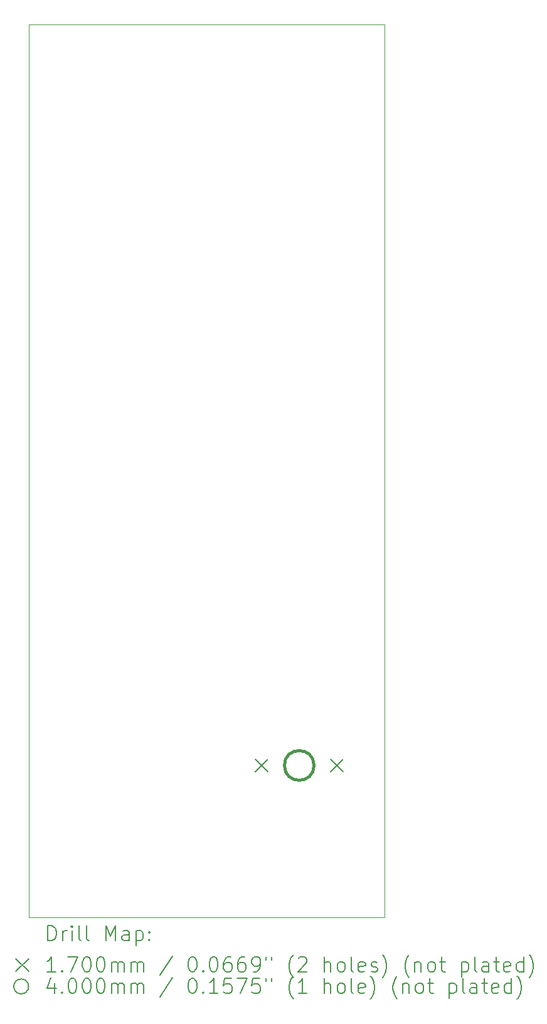
<source format=gbr>
%TF.GenerationSoftware,KiCad,Pcbnew,8.0.5*%
%TF.CreationDate,2024-12-04T18:38:04+01:00*%
%TF.ProjectId,DMH_S_H_Noise_PCB,444d485f-535f-4485-9f4e-6f6973655f50,1*%
%TF.SameCoordinates,Original*%
%TF.FileFunction,Drillmap*%
%TF.FilePolarity,Positive*%
%FSLAX45Y45*%
G04 Gerber Fmt 4.5, Leading zero omitted, Abs format (unit mm)*
G04 Created by KiCad (PCBNEW 8.0.5) date 2024-12-04 18:38:04*
%MOMM*%
%LPD*%
G01*
G04 APERTURE LIST*
%ADD10C,0.050000*%
%ADD11C,0.200000*%
%ADD12C,0.170000*%
%ADD13C,0.400000*%
G04 APERTURE END LIST*
D10*
X5100000Y-4250000D02*
X9900000Y-4250000D01*
X9900000Y-16300000D01*
X5100000Y-16300000D01*
X5100000Y-4250000D01*
D11*
D12*
X8157000Y-14165000D02*
X8327000Y-14335000D01*
X8327000Y-14165000D02*
X8157000Y-14335000D01*
X9173000Y-14165000D02*
X9343000Y-14335000D01*
X9343000Y-14165000D02*
X9173000Y-14335000D01*
D13*
X8950000Y-14250000D02*
G75*
G02*
X8550000Y-14250000I-200000J0D01*
G01*
X8550000Y-14250000D02*
G75*
G02*
X8950000Y-14250000I200000J0D01*
G01*
D11*
X5358277Y-16613984D02*
X5358277Y-16413984D01*
X5358277Y-16413984D02*
X5405896Y-16413984D01*
X5405896Y-16413984D02*
X5434467Y-16423508D01*
X5434467Y-16423508D02*
X5453515Y-16442555D01*
X5453515Y-16442555D02*
X5463039Y-16461603D01*
X5463039Y-16461603D02*
X5472563Y-16499698D01*
X5472563Y-16499698D02*
X5472563Y-16528269D01*
X5472563Y-16528269D02*
X5463039Y-16566365D01*
X5463039Y-16566365D02*
X5453515Y-16585412D01*
X5453515Y-16585412D02*
X5434467Y-16604460D01*
X5434467Y-16604460D02*
X5405896Y-16613984D01*
X5405896Y-16613984D02*
X5358277Y-16613984D01*
X5558277Y-16613984D02*
X5558277Y-16480650D01*
X5558277Y-16518746D02*
X5567801Y-16499698D01*
X5567801Y-16499698D02*
X5577324Y-16490174D01*
X5577324Y-16490174D02*
X5596372Y-16480650D01*
X5596372Y-16480650D02*
X5615420Y-16480650D01*
X5682086Y-16613984D02*
X5682086Y-16480650D01*
X5682086Y-16413984D02*
X5672562Y-16423508D01*
X5672562Y-16423508D02*
X5682086Y-16433031D01*
X5682086Y-16433031D02*
X5691610Y-16423508D01*
X5691610Y-16423508D02*
X5682086Y-16413984D01*
X5682086Y-16413984D02*
X5682086Y-16433031D01*
X5805896Y-16613984D02*
X5786848Y-16604460D01*
X5786848Y-16604460D02*
X5777324Y-16585412D01*
X5777324Y-16585412D02*
X5777324Y-16413984D01*
X5910658Y-16613984D02*
X5891610Y-16604460D01*
X5891610Y-16604460D02*
X5882086Y-16585412D01*
X5882086Y-16585412D02*
X5882086Y-16413984D01*
X6139229Y-16613984D02*
X6139229Y-16413984D01*
X6139229Y-16413984D02*
X6205896Y-16556841D01*
X6205896Y-16556841D02*
X6272562Y-16413984D01*
X6272562Y-16413984D02*
X6272562Y-16613984D01*
X6453515Y-16613984D02*
X6453515Y-16509222D01*
X6453515Y-16509222D02*
X6443991Y-16490174D01*
X6443991Y-16490174D02*
X6424943Y-16480650D01*
X6424943Y-16480650D02*
X6386848Y-16480650D01*
X6386848Y-16480650D02*
X6367801Y-16490174D01*
X6453515Y-16604460D02*
X6434467Y-16613984D01*
X6434467Y-16613984D02*
X6386848Y-16613984D01*
X6386848Y-16613984D02*
X6367801Y-16604460D01*
X6367801Y-16604460D02*
X6358277Y-16585412D01*
X6358277Y-16585412D02*
X6358277Y-16566365D01*
X6358277Y-16566365D02*
X6367801Y-16547317D01*
X6367801Y-16547317D02*
X6386848Y-16537793D01*
X6386848Y-16537793D02*
X6434467Y-16537793D01*
X6434467Y-16537793D02*
X6453515Y-16528269D01*
X6548753Y-16480650D02*
X6548753Y-16680650D01*
X6548753Y-16490174D02*
X6567801Y-16480650D01*
X6567801Y-16480650D02*
X6605896Y-16480650D01*
X6605896Y-16480650D02*
X6624943Y-16490174D01*
X6624943Y-16490174D02*
X6634467Y-16499698D01*
X6634467Y-16499698D02*
X6643991Y-16518746D01*
X6643991Y-16518746D02*
X6643991Y-16575888D01*
X6643991Y-16575888D02*
X6634467Y-16594936D01*
X6634467Y-16594936D02*
X6624943Y-16604460D01*
X6624943Y-16604460D02*
X6605896Y-16613984D01*
X6605896Y-16613984D02*
X6567801Y-16613984D01*
X6567801Y-16613984D02*
X6548753Y-16604460D01*
X6729705Y-16594936D02*
X6739229Y-16604460D01*
X6739229Y-16604460D02*
X6729705Y-16613984D01*
X6729705Y-16613984D02*
X6720182Y-16604460D01*
X6720182Y-16604460D02*
X6729705Y-16594936D01*
X6729705Y-16594936D02*
X6729705Y-16613984D01*
X6729705Y-16490174D02*
X6739229Y-16499698D01*
X6739229Y-16499698D02*
X6729705Y-16509222D01*
X6729705Y-16509222D02*
X6720182Y-16499698D01*
X6720182Y-16499698D02*
X6729705Y-16490174D01*
X6729705Y-16490174D02*
X6729705Y-16509222D01*
D12*
X4927500Y-16857500D02*
X5097500Y-17027500D01*
X5097500Y-16857500D02*
X4927500Y-17027500D01*
D11*
X5463039Y-17033984D02*
X5348753Y-17033984D01*
X5405896Y-17033984D02*
X5405896Y-16833984D01*
X5405896Y-16833984D02*
X5386848Y-16862555D01*
X5386848Y-16862555D02*
X5367801Y-16881603D01*
X5367801Y-16881603D02*
X5348753Y-16891127D01*
X5548753Y-17014936D02*
X5558277Y-17024460D01*
X5558277Y-17024460D02*
X5548753Y-17033984D01*
X5548753Y-17033984D02*
X5539229Y-17024460D01*
X5539229Y-17024460D02*
X5548753Y-17014936D01*
X5548753Y-17014936D02*
X5548753Y-17033984D01*
X5624943Y-16833984D02*
X5758277Y-16833984D01*
X5758277Y-16833984D02*
X5672562Y-17033984D01*
X5872562Y-16833984D02*
X5891610Y-16833984D01*
X5891610Y-16833984D02*
X5910658Y-16843508D01*
X5910658Y-16843508D02*
X5920182Y-16853031D01*
X5920182Y-16853031D02*
X5929705Y-16872079D01*
X5929705Y-16872079D02*
X5939229Y-16910174D01*
X5939229Y-16910174D02*
X5939229Y-16957793D01*
X5939229Y-16957793D02*
X5929705Y-16995889D01*
X5929705Y-16995889D02*
X5920182Y-17014936D01*
X5920182Y-17014936D02*
X5910658Y-17024460D01*
X5910658Y-17024460D02*
X5891610Y-17033984D01*
X5891610Y-17033984D02*
X5872562Y-17033984D01*
X5872562Y-17033984D02*
X5853515Y-17024460D01*
X5853515Y-17024460D02*
X5843991Y-17014936D01*
X5843991Y-17014936D02*
X5834467Y-16995889D01*
X5834467Y-16995889D02*
X5824943Y-16957793D01*
X5824943Y-16957793D02*
X5824943Y-16910174D01*
X5824943Y-16910174D02*
X5834467Y-16872079D01*
X5834467Y-16872079D02*
X5843991Y-16853031D01*
X5843991Y-16853031D02*
X5853515Y-16843508D01*
X5853515Y-16843508D02*
X5872562Y-16833984D01*
X6063039Y-16833984D02*
X6082086Y-16833984D01*
X6082086Y-16833984D02*
X6101134Y-16843508D01*
X6101134Y-16843508D02*
X6110658Y-16853031D01*
X6110658Y-16853031D02*
X6120182Y-16872079D01*
X6120182Y-16872079D02*
X6129705Y-16910174D01*
X6129705Y-16910174D02*
X6129705Y-16957793D01*
X6129705Y-16957793D02*
X6120182Y-16995889D01*
X6120182Y-16995889D02*
X6110658Y-17014936D01*
X6110658Y-17014936D02*
X6101134Y-17024460D01*
X6101134Y-17024460D02*
X6082086Y-17033984D01*
X6082086Y-17033984D02*
X6063039Y-17033984D01*
X6063039Y-17033984D02*
X6043991Y-17024460D01*
X6043991Y-17024460D02*
X6034467Y-17014936D01*
X6034467Y-17014936D02*
X6024943Y-16995889D01*
X6024943Y-16995889D02*
X6015420Y-16957793D01*
X6015420Y-16957793D02*
X6015420Y-16910174D01*
X6015420Y-16910174D02*
X6024943Y-16872079D01*
X6024943Y-16872079D02*
X6034467Y-16853031D01*
X6034467Y-16853031D02*
X6043991Y-16843508D01*
X6043991Y-16843508D02*
X6063039Y-16833984D01*
X6215420Y-17033984D02*
X6215420Y-16900650D01*
X6215420Y-16919698D02*
X6224943Y-16910174D01*
X6224943Y-16910174D02*
X6243991Y-16900650D01*
X6243991Y-16900650D02*
X6272563Y-16900650D01*
X6272563Y-16900650D02*
X6291610Y-16910174D01*
X6291610Y-16910174D02*
X6301134Y-16929222D01*
X6301134Y-16929222D02*
X6301134Y-17033984D01*
X6301134Y-16929222D02*
X6310658Y-16910174D01*
X6310658Y-16910174D02*
X6329705Y-16900650D01*
X6329705Y-16900650D02*
X6358277Y-16900650D01*
X6358277Y-16900650D02*
X6377324Y-16910174D01*
X6377324Y-16910174D02*
X6386848Y-16929222D01*
X6386848Y-16929222D02*
X6386848Y-17033984D01*
X6482086Y-17033984D02*
X6482086Y-16900650D01*
X6482086Y-16919698D02*
X6491610Y-16910174D01*
X6491610Y-16910174D02*
X6510658Y-16900650D01*
X6510658Y-16900650D02*
X6539229Y-16900650D01*
X6539229Y-16900650D02*
X6558277Y-16910174D01*
X6558277Y-16910174D02*
X6567801Y-16929222D01*
X6567801Y-16929222D02*
X6567801Y-17033984D01*
X6567801Y-16929222D02*
X6577324Y-16910174D01*
X6577324Y-16910174D02*
X6596372Y-16900650D01*
X6596372Y-16900650D02*
X6624943Y-16900650D01*
X6624943Y-16900650D02*
X6643991Y-16910174D01*
X6643991Y-16910174D02*
X6653515Y-16929222D01*
X6653515Y-16929222D02*
X6653515Y-17033984D01*
X7043991Y-16824460D02*
X6872563Y-17081603D01*
X7301134Y-16833984D02*
X7320182Y-16833984D01*
X7320182Y-16833984D02*
X7339229Y-16843508D01*
X7339229Y-16843508D02*
X7348753Y-16853031D01*
X7348753Y-16853031D02*
X7358277Y-16872079D01*
X7358277Y-16872079D02*
X7367801Y-16910174D01*
X7367801Y-16910174D02*
X7367801Y-16957793D01*
X7367801Y-16957793D02*
X7358277Y-16995889D01*
X7358277Y-16995889D02*
X7348753Y-17014936D01*
X7348753Y-17014936D02*
X7339229Y-17024460D01*
X7339229Y-17024460D02*
X7320182Y-17033984D01*
X7320182Y-17033984D02*
X7301134Y-17033984D01*
X7301134Y-17033984D02*
X7282086Y-17024460D01*
X7282086Y-17024460D02*
X7272563Y-17014936D01*
X7272563Y-17014936D02*
X7263039Y-16995889D01*
X7263039Y-16995889D02*
X7253515Y-16957793D01*
X7253515Y-16957793D02*
X7253515Y-16910174D01*
X7253515Y-16910174D02*
X7263039Y-16872079D01*
X7263039Y-16872079D02*
X7272563Y-16853031D01*
X7272563Y-16853031D02*
X7282086Y-16843508D01*
X7282086Y-16843508D02*
X7301134Y-16833984D01*
X7453515Y-17014936D02*
X7463039Y-17024460D01*
X7463039Y-17024460D02*
X7453515Y-17033984D01*
X7453515Y-17033984D02*
X7443991Y-17024460D01*
X7443991Y-17024460D02*
X7453515Y-17014936D01*
X7453515Y-17014936D02*
X7453515Y-17033984D01*
X7586848Y-16833984D02*
X7605896Y-16833984D01*
X7605896Y-16833984D02*
X7624944Y-16843508D01*
X7624944Y-16843508D02*
X7634467Y-16853031D01*
X7634467Y-16853031D02*
X7643991Y-16872079D01*
X7643991Y-16872079D02*
X7653515Y-16910174D01*
X7653515Y-16910174D02*
X7653515Y-16957793D01*
X7653515Y-16957793D02*
X7643991Y-16995889D01*
X7643991Y-16995889D02*
X7634467Y-17014936D01*
X7634467Y-17014936D02*
X7624944Y-17024460D01*
X7624944Y-17024460D02*
X7605896Y-17033984D01*
X7605896Y-17033984D02*
X7586848Y-17033984D01*
X7586848Y-17033984D02*
X7567801Y-17024460D01*
X7567801Y-17024460D02*
X7558277Y-17014936D01*
X7558277Y-17014936D02*
X7548753Y-16995889D01*
X7548753Y-16995889D02*
X7539229Y-16957793D01*
X7539229Y-16957793D02*
X7539229Y-16910174D01*
X7539229Y-16910174D02*
X7548753Y-16872079D01*
X7548753Y-16872079D02*
X7558277Y-16853031D01*
X7558277Y-16853031D02*
X7567801Y-16843508D01*
X7567801Y-16843508D02*
X7586848Y-16833984D01*
X7824944Y-16833984D02*
X7786848Y-16833984D01*
X7786848Y-16833984D02*
X7767801Y-16843508D01*
X7767801Y-16843508D02*
X7758277Y-16853031D01*
X7758277Y-16853031D02*
X7739229Y-16881603D01*
X7739229Y-16881603D02*
X7729706Y-16919698D01*
X7729706Y-16919698D02*
X7729706Y-16995889D01*
X7729706Y-16995889D02*
X7739229Y-17014936D01*
X7739229Y-17014936D02*
X7748753Y-17024460D01*
X7748753Y-17024460D02*
X7767801Y-17033984D01*
X7767801Y-17033984D02*
X7805896Y-17033984D01*
X7805896Y-17033984D02*
X7824944Y-17024460D01*
X7824944Y-17024460D02*
X7834467Y-17014936D01*
X7834467Y-17014936D02*
X7843991Y-16995889D01*
X7843991Y-16995889D02*
X7843991Y-16948270D01*
X7843991Y-16948270D02*
X7834467Y-16929222D01*
X7834467Y-16929222D02*
X7824944Y-16919698D01*
X7824944Y-16919698D02*
X7805896Y-16910174D01*
X7805896Y-16910174D02*
X7767801Y-16910174D01*
X7767801Y-16910174D02*
X7748753Y-16919698D01*
X7748753Y-16919698D02*
X7739229Y-16929222D01*
X7739229Y-16929222D02*
X7729706Y-16948270D01*
X8015420Y-16833984D02*
X7977325Y-16833984D01*
X7977325Y-16833984D02*
X7958277Y-16843508D01*
X7958277Y-16843508D02*
X7948753Y-16853031D01*
X7948753Y-16853031D02*
X7929706Y-16881603D01*
X7929706Y-16881603D02*
X7920182Y-16919698D01*
X7920182Y-16919698D02*
X7920182Y-16995889D01*
X7920182Y-16995889D02*
X7929706Y-17014936D01*
X7929706Y-17014936D02*
X7939229Y-17024460D01*
X7939229Y-17024460D02*
X7958277Y-17033984D01*
X7958277Y-17033984D02*
X7996372Y-17033984D01*
X7996372Y-17033984D02*
X8015420Y-17024460D01*
X8015420Y-17024460D02*
X8024944Y-17014936D01*
X8024944Y-17014936D02*
X8034467Y-16995889D01*
X8034467Y-16995889D02*
X8034467Y-16948270D01*
X8034467Y-16948270D02*
X8024944Y-16929222D01*
X8024944Y-16929222D02*
X8015420Y-16919698D01*
X8015420Y-16919698D02*
X7996372Y-16910174D01*
X7996372Y-16910174D02*
X7958277Y-16910174D01*
X7958277Y-16910174D02*
X7939229Y-16919698D01*
X7939229Y-16919698D02*
X7929706Y-16929222D01*
X7929706Y-16929222D02*
X7920182Y-16948270D01*
X8129706Y-17033984D02*
X8167801Y-17033984D01*
X8167801Y-17033984D02*
X8186848Y-17024460D01*
X8186848Y-17024460D02*
X8196372Y-17014936D01*
X8196372Y-17014936D02*
X8215420Y-16986365D01*
X8215420Y-16986365D02*
X8224944Y-16948270D01*
X8224944Y-16948270D02*
X8224944Y-16872079D01*
X8224944Y-16872079D02*
X8215420Y-16853031D01*
X8215420Y-16853031D02*
X8205896Y-16843508D01*
X8205896Y-16843508D02*
X8186848Y-16833984D01*
X8186848Y-16833984D02*
X8148753Y-16833984D01*
X8148753Y-16833984D02*
X8129706Y-16843508D01*
X8129706Y-16843508D02*
X8120182Y-16853031D01*
X8120182Y-16853031D02*
X8110658Y-16872079D01*
X8110658Y-16872079D02*
X8110658Y-16919698D01*
X8110658Y-16919698D02*
X8120182Y-16938746D01*
X8120182Y-16938746D02*
X8129706Y-16948270D01*
X8129706Y-16948270D02*
X8148753Y-16957793D01*
X8148753Y-16957793D02*
X8186848Y-16957793D01*
X8186848Y-16957793D02*
X8205896Y-16948270D01*
X8205896Y-16948270D02*
X8215420Y-16938746D01*
X8215420Y-16938746D02*
X8224944Y-16919698D01*
X8301134Y-16833984D02*
X8301134Y-16872079D01*
X8377325Y-16833984D02*
X8377325Y-16872079D01*
X8672563Y-17110174D02*
X8663039Y-17100650D01*
X8663039Y-17100650D02*
X8643991Y-17072079D01*
X8643991Y-17072079D02*
X8634468Y-17053031D01*
X8634468Y-17053031D02*
X8624944Y-17024460D01*
X8624944Y-17024460D02*
X8615420Y-16976841D01*
X8615420Y-16976841D02*
X8615420Y-16938746D01*
X8615420Y-16938746D02*
X8624944Y-16891127D01*
X8624944Y-16891127D02*
X8634468Y-16862555D01*
X8634468Y-16862555D02*
X8643991Y-16843508D01*
X8643991Y-16843508D02*
X8663039Y-16814936D01*
X8663039Y-16814936D02*
X8672563Y-16805412D01*
X8739230Y-16853031D02*
X8748753Y-16843508D01*
X8748753Y-16843508D02*
X8767801Y-16833984D01*
X8767801Y-16833984D02*
X8815420Y-16833984D01*
X8815420Y-16833984D02*
X8834468Y-16843508D01*
X8834468Y-16843508D02*
X8843991Y-16853031D01*
X8843991Y-16853031D02*
X8853515Y-16872079D01*
X8853515Y-16872079D02*
X8853515Y-16891127D01*
X8853515Y-16891127D02*
X8843991Y-16919698D01*
X8843991Y-16919698D02*
X8729706Y-17033984D01*
X8729706Y-17033984D02*
X8853515Y-17033984D01*
X9091611Y-17033984D02*
X9091611Y-16833984D01*
X9177325Y-17033984D02*
X9177325Y-16929222D01*
X9177325Y-16929222D02*
X9167801Y-16910174D01*
X9167801Y-16910174D02*
X9148753Y-16900650D01*
X9148753Y-16900650D02*
X9120182Y-16900650D01*
X9120182Y-16900650D02*
X9101134Y-16910174D01*
X9101134Y-16910174D02*
X9091611Y-16919698D01*
X9301134Y-17033984D02*
X9282087Y-17024460D01*
X9282087Y-17024460D02*
X9272563Y-17014936D01*
X9272563Y-17014936D02*
X9263039Y-16995889D01*
X9263039Y-16995889D02*
X9263039Y-16938746D01*
X9263039Y-16938746D02*
X9272563Y-16919698D01*
X9272563Y-16919698D02*
X9282087Y-16910174D01*
X9282087Y-16910174D02*
X9301134Y-16900650D01*
X9301134Y-16900650D02*
X9329706Y-16900650D01*
X9329706Y-16900650D02*
X9348753Y-16910174D01*
X9348753Y-16910174D02*
X9358277Y-16919698D01*
X9358277Y-16919698D02*
X9367801Y-16938746D01*
X9367801Y-16938746D02*
X9367801Y-16995889D01*
X9367801Y-16995889D02*
X9358277Y-17014936D01*
X9358277Y-17014936D02*
X9348753Y-17024460D01*
X9348753Y-17024460D02*
X9329706Y-17033984D01*
X9329706Y-17033984D02*
X9301134Y-17033984D01*
X9482087Y-17033984D02*
X9463039Y-17024460D01*
X9463039Y-17024460D02*
X9453515Y-17005412D01*
X9453515Y-17005412D02*
X9453515Y-16833984D01*
X9634468Y-17024460D02*
X9615420Y-17033984D01*
X9615420Y-17033984D02*
X9577325Y-17033984D01*
X9577325Y-17033984D02*
X9558277Y-17024460D01*
X9558277Y-17024460D02*
X9548753Y-17005412D01*
X9548753Y-17005412D02*
X9548753Y-16929222D01*
X9548753Y-16929222D02*
X9558277Y-16910174D01*
X9558277Y-16910174D02*
X9577325Y-16900650D01*
X9577325Y-16900650D02*
X9615420Y-16900650D01*
X9615420Y-16900650D02*
X9634468Y-16910174D01*
X9634468Y-16910174D02*
X9643992Y-16929222D01*
X9643992Y-16929222D02*
X9643992Y-16948270D01*
X9643992Y-16948270D02*
X9548753Y-16967317D01*
X9720182Y-17024460D02*
X9739230Y-17033984D01*
X9739230Y-17033984D02*
X9777325Y-17033984D01*
X9777325Y-17033984D02*
X9796373Y-17024460D01*
X9796373Y-17024460D02*
X9805896Y-17005412D01*
X9805896Y-17005412D02*
X9805896Y-16995889D01*
X9805896Y-16995889D02*
X9796373Y-16976841D01*
X9796373Y-16976841D02*
X9777325Y-16967317D01*
X9777325Y-16967317D02*
X9748753Y-16967317D01*
X9748753Y-16967317D02*
X9729706Y-16957793D01*
X9729706Y-16957793D02*
X9720182Y-16938746D01*
X9720182Y-16938746D02*
X9720182Y-16929222D01*
X9720182Y-16929222D02*
X9729706Y-16910174D01*
X9729706Y-16910174D02*
X9748753Y-16900650D01*
X9748753Y-16900650D02*
X9777325Y-16900650D01*
X9777325Y-16900650D02*
X9796373Y-16910174D01*
X9872563Y-17110174D02*
X9882087Y-17100650D01*
X9882087Y-17100650D02*
X9901134Y-17072079D01*
X9901134Y-17072079D02*
X9910658Y-17053031D01*
X9910658Y-17053031D02*
X9920182Y-17024460D01*
X9920182Y-17024460D02*
X9929706Y-16976841D01*
X9929706Y-16976841D02*
X9929706Y-16938746D01*
X9929706Y-16938746D02*
X9920182Y-16891127D01*
X9920182Y-16891127D02*
X9910658Y-16862555D01*
X9910658Y-16862555D02*
X9901134Y-16843508D01*
X9901134Y-16843508D02*
X9882087Y-16814936D01*
X9882087Y-16814936D02*
X9872563Y-16805412D01*
X10234468Y-17110174D02*
X10224944Y-17100650D01*
X10224944Y-17100650D02*
X10205896Y-17072079D01*
X10205896Y-17072079D02*
X10196373Y-17053031D01*
X10196373Y-17053031D02*
X10186849Y-17024460D01*
X10186849Y-17024460D02*
X10177325Y-16976841D01*
X10177325Y-16976841D02*
X10177325Y-16938746D01*
X10177325Y-16938746D02*
X10186849Y-16891127D01*
X10186849Y-16891127D02*
X10196373Y-16862555D01*
X10196373Y-16862555D02*
X10205896Y-16843508D01*
X10205896Y-16843508D02*
X10224944Y-16814936D01*
X10224944Y-16814936D02*
X10234468Y-16805412D01*
X10310658Y-16900650D02*
X10310658Y-17033984D01*
X10310658Y-16919698D02*
X10320182Y-16910174D01*
X10320182Y-16910174D02*
X10339230Y-16900650D01*
X10339230Y-16900650D02*
X10367801Y-16900650D01*
X10367801Y-16900650D02*
X10386849Y-16910174D01*
X10386849Y-16910174D02*
X10396373Y-16929222D01*
X10396373Y-16929222D02*
X10396373Y-17033984D01*
X10520182Y-17033984D02*
X10501134Y-17024460D01*
X10501134Y-17024460D02*
X10491611Y-17014936D01*
X10491611Y-17014936D02*
X10482087Y-16995889D01*
X10482087Y-16995889D02*
X10482087Y-16938746D01*
X10482087Y-16938746D02*
X10491611Y-16919698D01*
X10491611Y-16919698D02*
X10501134Y-16910174D01*
X10501134Y-16910174D02*
X10520182Y-16900650D01*
X10520182Y-16900650D02*
X10548754Y-16900650D01*
X10548754Y-16900650D02*
X10567801Y-16910174D01*
X10567801Y-16910174D02*
X10577325Y-16919698D01*
X10577325Y-16919698D02*
X10586849Y-16938746D01*
X10586849Y-16938746D02*
X10586849Y-16995889D01*
X10586849Y-16995889D02*
X10577325Y-17014936D01*
X10577325Y-17014936D02*
X10567801Y-17024460D01*
X10567801Y-17024460D02*
X10548754Y-17033984D01*
X10548754Y-17033984D02*
X10520182Y-17033984D01*
X10643992Y-16900650D02*
X10720182Y-16900650D01*
X10672563Y-16833984D02*
X10672563Y-17005412D01*
X10672563Y-17005412D02*
X10682087Y-17024460D01*
X10682087Y-17024460D02*
X10701134Y-17033984D01*
X10701134Y-17033984D02*
X10720182Y-17033984D01*
X10939230Y-16900650D02*
X10939230Y-17100650D01*
X10939230Y-16910174D02*
X10958277Y-16900650D01*
X10958277Y-16900650D02*
X10996373Y-16900650D01*
X10996373Y-16900650D02*
X11015420Y-16910174D01*
X11015420Y-16910174D02*
X11024944Y-16919698D01*
X11024944Y-16919698D02*
X11034468Y-16938746D01*
X11034468Y-16938746D02*
X11034468Y-16995889D01*
X11034468Y-16995889D02*
X11024944Y-17014936D01*
X11024944Y-17014936D02*
X11015420Y-17024460D01*
X11015420Y-17024460D02*
X10996373Y-17033984D01*
X10996373Y-17033984D02*
X10958277Y-17033984D01*
X10958277Y-17033984D02*
X10939230Y-17024460D01*
X11148754Y-17033984D02*
X11129706Y-17024460D01*
X11129706Y-17024460D02*
X11120182Y-17005412D01*
X11120182Y-17005412D02*
X11120182Y-16833984D01*
X11310658Y-17033984D02*
X11310658Y-16929222D01*
X11310658Y-16929222D02*
X11301134Y-16910174D01*
X11301134Y-16910174D02*
X11282087Y-16900650D01*
X11282087Y-16900650D02*
X11243992Y-16900650D01*
X11243992Y-16900650D02*
X11224944Y-16910174D01*
X11310658Y-17024460D02*
X11291611Y-17033984D01*
X11291611Y-17033984D02*
X11243992Y-17033984D01*
X11243992Y-17033984D02*
X11224944Y-17024460D01*
X11224944Y-17024460D02*
X11215420Y-17005412D01*
X11215420Y-17005412D02*
X11215420Y-16986365D01*
X11215420Y-16986365D02*
X11224944Y-16967317D01*
X11224944Y-16967317D02*
X11243992Y-16957793D01*
X11243992Y-16957793D02*
X11291611Y-16957793D01*
X11291611Y-16957793D02*
X11310658Y-16948270D01*
X11377325Y-16900650D02*
X11453515Y-16900650D01*
X11405896Y-16833984D02*
X11405896Y-17005412D01*
X11405896Y-17005412D02*
X11415420Y-17024460D01*
X11415420Y-17024460D02*
X11434468Y-17033984D01*
X11434468Y-17033984D02*
X11453515Y-17033984D01*
X11596373Y-17024460D02*
X11577325Y-17033984D01*
X11577325Y-17033984D02*
X11539230Y-17033984D01*
X11539230Y-17033984D02*
X11520182Y-17024460D01*
X11520182Y-17024460D02*
X11510658Y-17005412D01*
X11510658Y-17005412D02*
X11510658Y-16929222D01*
X11510658Y-16929222D02*
X11520182Y-16910174D01*
X11520182Y-16910174D02*
X11539230Y-16900650D01*
X11539230Y-16900650D02*
X11577325Y-16900650D01*
X11577325Y-16900650D02*
X11596373Y-16910174D01*
X11596373Y-16910174D02*
X11605896Y-16929222D01*
X11605896Y-16929222D02*
X11605896Y-16948270D01*
X11605896Y-16948270D02*
X11510658Y-16967317D01*
X11777325Y-17033984D02*
X11777325Y-16833984D01*
X11777325Y-17024460D02*
X11758277Y-17033984D01*
X11758277Y-17033984D02*
X11720182Y-17033984D01*
X11720182Y-17033984D02*
X11701134Y-17024460D01*
X11701134Y-17024460D02*
X11691611Y-17014936D01*
X11691611Y-17014936D02*
X11682087Y-16995889D01*
X11682087Y-16995889D02*
X11682087Y-16938746D01*
X11682087Y-16938746D02*
X11691611Y-16919698D01*
X11691611Y-16919698D02*
X11701134Y-16910174D01*
X11701134Y-16910174D02*
X11720182Y-16900650D01*
X11720182Y-16900650D02*
X11758277Y-16900650D01*
X11758277Y-16900650D02*
X11777325Y-16910174D01*
X11853515Y-17110174D02*
X11863039Y-17100650D01*
X11863039Y-17100650D02*
X11882087Y-17072079D01*
X11882087Y-17072079D02*
X11891611Y-17053031D01*
X11891611Y-17053031D02*
X11901134Y-17024460D01*
X11901134Y-17024460D02*
X11910658Y-16976841D01*
X11910658Y-16976841D02*
X11910658Y-16938746D01*
X11910658Y-16938746D02*
X11901134Y-16891127D01*
X11901134Y-16891127D02*
X11891611Y-16862555D01*
X11891611Y-16862555D02*
X11882087Y-16843508D01*
X11882087Y-16843508D02*
X11863039Y-16814936D01*
X11863039Y-16814936D02*
X11853515Y-16805412D01*
X5097500Y-17232500D02*
G75*
G02*
X4897500Y-17232500I-100000J0D01*
G01*
X4897500Y-17232500D02*
G75*
G02*
X5097500Y-17232500I100000J0D01*
G01*
X5443991Y-17190650D02*
X5443991Y-17323984D01*
X5396372Y-17114460D02*
X5348753Y-17257317D01*
X5348753Y-17257317D02*
X5472563Y-17257317D01*
X5548753Y-17304936D02*
X5558277Y-17314460D01*
X5558277Y-17314460D02*
X5548753Y-17323984D01*
X5548753Y-17323984D02*
X5539229Y-17314460D01*
X5539229Y-17314460D02*
X5548753Y-17304936D01*
X5548753Y-17304936D02*
X5548753Y-17323984D01*
X5682086Y-17123984D02*
X5701134Y-17123984D01*
X5701134Y-17123984D02*
X5720182Y-17133508D01*
X5720182Y-17133508D02*
X5729705Y-17143031D01*
X5729705Y-17143031D02*
X5739229Y-17162079D01*
X5739229Y-17162079D02*
X5748753Y-17200174D01*
X5748753Y-17200174D02*
X5748753Y-17247793D01*
X5748753Y-17247793D02*
X5739229Y-17285889D01*
X5739229Y-17285889D02*
X5729705Y-17304936D01*
X5729705Y-17304936D02*
X5720182Y-17314460D01*
X5720182Y-17314460D02*
X5701134Y-17323984D01*
X5701134Y-17323984D02*
X5682086Y-17323984D01*
X5682086Y-17323984D02*
X5663039Y-17314460D01*
X5663039Y-17314460D02*
X5653515Y-17304936D01*
X5653515Y-17304936D02*
X5643991Y-17285889D01*
X5643991Y-17285889D02*
X5634467Y-17247793D01*
X5634467Y-17247793D02*
X5634467Y-17200174D01*
X5634467Y-17200174D02*
X5643991Y-17162079D01*
X5643991Y-17162079D02*
X5653515Y-17143031D01*
X5653515Y-17143031D02*
X5663039Y-17133508D01*
X5663039Y-17133508D02*
X5682086Y-17123984D01*
X5872562Y-17123984D02*
X5891610Y-17123984D01*
X5891610Y-17123984D02*
X5910658Y-17133508D01*
X5910658Y-17133508D02*
X5920182Y-17143031D01*
X5920182Y-17143031D02*
X5929705Y-17162079D01*
X5929705Y-17162079D02*
X5939229Y-17200174D01*
X5939229Y-17200174D02*
X5939229Y-17247793D01*
X5939229Y-17247793D02*
X5929705Y-17285889D01*
X5929705Y-17285889D02*
X5920182Y-17304936D01*
X5920182Y-17304936D02*
X5910658Y-17314460D01*
X5910658Y-17314460D02*
X5891610Y-17323984D01*
X5891610Y-17323984D02*
X5872562Y-17323984D01*
X5872562Y-17323984D02*
X5853515Y-17314460D01*
X5853515Y-17314460D02*
X5843991Y-17304936D01*
X5843991Y-17304936D02*
X5834467Y-17285889D01*
X5834467Y-17285889D02*
X5824943Y-17247793D01*
X5824943Y-17247793D02*
X5824943Y-17200174D01*
X5824943Y-17200174D02*
X5834467Y-17162079D01*
X5834467Y-17162079D02*
X5843991Y-17143031D01*
X5843991Y-17143031D02*
X5853515Y-17133508D01*
X5853515Y-17133508D02*
X5872562Y-17123984D01*
X6063039Y-17123984D02*
X6082086Y-17123984D01*
X6082086Y-17123984D02*
X6101134Y-17133508D01*
X6101134Y-17133508D02*
X6110658Y-17143031D01*
X6110658Y-17143031D02*
X6120182Y-17162079D01*
X6120182Y-17162079D02*
X6129705Y-17200174D01*
X6129705Y-17200174D02*
X6129705Y-17247793D01*
X6129705Y-17247793D02*
X6120182Y-17285889D01*
X6120182Y-17285889D02*
X6110658Y-17304936D01*
X6110658Y-17304936D02*
X6101134Y-17314460D01*
X6101134Y-17314460D02*
X6082086Y-17323984D01*
X6082086Y-17323984D02*
X6063039Y-17323984D01*
X6063039Y-17323984D02*
X6043991Y-17314460D01*
X6043991Y-17314460D02*
X6034467Y-17304936D01*
X6034467Y-17304936D02*
X6024943Y-17285889D01*
X6024943Y-17285889D02*
X6015420Y-17247793D01*
X6015420Y-17247793D02*
X6015420Y-17200174D01*
X6015420Y-17200174D02*
X6024943Y-17162079D01*
X6024943Y-17162079D02*
X6034467Y-17143031D01*
X6034467Y-17143031D02*
X6043991Y-17133508D01*
X6043991Y-17133508D02*
X6063039Y-17123984D01*
X6215420Y-17323984D02*
X6215420Y-17190650D01*
X6215420Y-17209698D02*
X6224943Y-17200174D01*
X6224943Y-17200174D02*
X6243991Y-17190650D01*
X6243991Y-17190650D02*
X6272563Y-17190650D01*
X6272563Y-17190650D02*
X6291610Y-17200174D01*
X6291610Y-17200174D02*
X6301134Y-17219222D01*
X6301134Y-17219222D02*
X6301134Y-17323984D01*
X6301134Y-17219222D02*
X6310658Y-17200174D01*
X6310658Y-17200174D02*
X6329705Y-17190650D01*
X6329705Y-17190650D02*
X6358277Y-17190650D01*
X6358277Y-17190650D02*
X6377324Y-17200174D01*
X6377324Y-17200174D02*
X6386848Y-17219222D01*
X6386848Y-17219222D02*
X6386848Y-17323984D01*
X6482086Y-17323984D02*
X6482086Y-17190650D01*
X6482086Y-17209698D02*
X6491610Y-17200174D01*
X6491610Y-17200174D02*
X6510658Y-17190650D01*
X6510658Y-17190650D02*
X6539229Y-17190650D01*
X6539229Y-17190650D02*
X6558277Y-17200174D01*
X6558277Y-17200174D02*
X6567801Y-17219222D01*
X6567801Y-17219222D02*
X6567801Y-17323984D01*
X6567801Y-17219222D02*
X6577324Y-17200174D01*
X6577324Y-17200174D02*
X6596372Y-17190650D01*
X6596372Y-17190650D02*
X6624943Y-17190650D01*
X6624943Y-17190650D02*
X6643991Y-17200174D01*
X6643991Y-17200174D02*
X6653515Y-17219222D01*
X6653515Y-17219222D02*
X6653515Y-17323984D01*
X7043991Y-17114460D02*
X6872563Y-17371603D01*
X7301134Y-17123984D02*
X7320182Y-17123984D01*
X7320182Y-17123984D02*
X7339229Y-17133508D01*
X7339229Y-17133508D02*
X7348753Y-17143031D01*
X7348753Y-17143031D02*
X7358277Y-17162079D01*
X7358277Y-17162079D02*
X7367801Y-17200174D01*
X7367801Y-17200174D02*
X7367801Y-17247793D01*
X7367801Y-17247793D02*
X7358277Y-17285889D01*
X7358277Y-17285889D02*
X7348753Y-17304936D01*
X7348753Y-17304936D02*
X7339229Y-17314460D01*
X7339229Y-17314460D02*
X7320182Y-17323984D01*
X7320182Y-17323984D02*
X7301134Y-17323984D01*
X7301134Y-17323984D02*
X7282086Y-17314460D01*
X7282086Y-17314460D02*
X7272563Y-17304936D01*
X7272563Y-17304936D02*
X7263039Y-17285889D01*
X7263039Y-17285889D02*
X7253515Y-17247793D01*
X7253515Y-17247793D02*
X7253515Y-17200174D01*
X7253515Y-17200174D02*
X7263039Y-17162079D01*
X7263039Y-17162079D02*
X7272563Y-17143031D01*
X7272563Y-17143031D02*
X7282086Y-17133508D01*
X7282086Y-17133508D02*
X7301134Y-17123984D01*
X7453515Y-17304936D02*
X7463039Y-17314460D01*
X7463039Y-17314460D02*
X7453515Y-17323984D01*
X7453515Y-17323984D02*
X7443991Y-17314460D01*
X7443991Y-17314460D02*
X7453515Y-17304936D01*
X7453515Y-17304936D02*
X7453515Y-17323984D01*
X7653515Y-17323984D02*
X7539229Y-17323984D01*
X7596372Y-17323984D02*
X7596372Y-17123984D01*
X7596372Y-17123984D02*
X7577325Y-17152555D01*
X7577325Y-17152555D02*
X7558277Y-17171603D01*
X7558277Y-17171603D02*
X7539229Y-17181127D01*
X7834467Y-17123984D02*
X7739229Y-17123984D01*
X7739229Y-17123984D02*
X7729706Y-17219222D01*
X7729706Y-17219222D02*
X7739229Y-17209698D01*
X7739229Y-17209698D02*
X7758277Y-17200174D01*
X7758277Y-17200174D02*
X7805896Y-17200174D01*
X7805896Y-17200174D02*
X7824944Y-17209698D01*
X7824944Y-17209698D02*
X7834467Y-17219222D01*
X7834467Y-17219222D02*
X7843991Y-17238270D01*
X7843991Y-17238270D02*
X7843991Y-17285889D01*
X7843991Y-17285889D02*
X7834467Y-17304936D01*
X7834467Y-17304936D02*
X7824944Y-17314460D01*
X7824944Y-17314460D02*
X7805896Y-17323984D01*
X7805896Y-17323984D02*
X7758277Y-17323984D01*
X7758277Y-17323984D02*
X7739229Y-17314460D01*
X7739229Y-17314460D02*
X7729706Y-17304936D01*
X7910658Y-17123984D02*
X8043991Y-17123984D01*
X8043991Y-17123984D02*
X7958277Y-17323984D01*
X8215420Y-17123984D02*
X8120182Y-17123984D01*
X8120182Y-17123984D02*
X8110658Y-17219222D01*
X8110658Y-17219222D02*
X8120182Y-17209698D01*
X8120182Y-17209698D02*
X8139229Y-17200174D01*
X8139229Y-17200174D02*
X8186848Y-17200174D01*
X8186848Y-17200174D02*
X8205896Y-17209698D01*
X8205896Y-17209698D02*
X8215420Y-17219222D01*
X8215420Y-17219222D02*
X8224944Y-17238270D01*
X8224944Y-17238270D02*
X8224944Y-17285889D01*
X8224944Y-17285889D02*
X8215420Y-17304936D01*
X8215420Y-17304936D02*
X8205896Y-17314460D01*
X8205896Y-17314460D02*
X8186848Y-17323984D01*
X8186848Y-17323984D02*
X8139229Y-17323984D01*
X8139229Y-17323984D02*
X8120182Y-17314460D01*
X8120182Y-17314460D02*
X8110658Y-17304936D01*
X8301134Y-17123984D02*
X8301134Y-17162079D01*
X8377325Y-17123984D02*
X8377325Y-17162079D01*
X8672563Y-17400174D02*
X8663039Y-17390650D01*
X8663039Y-17390650D02*
X8643991Y-17362079D01*
X8643991Y-17362079D02*
X8634468Y-17343031D01*
X8634468Y-17343031D02*
X8624944Y-17314460D01*
X8624944Y-17314460D02*
X8615420Y-17266841D01*
X8615420Y-17266841D02*
X8615420Y-17228746D01*
X8615420Y-17228746D02*
X8624944Y-17181127D01*
X8624944Y-17181127D02*
X8634468Y-17152555D01*
X8634468Y-17152555D02*
X8643991Y-17133508D01*
X8643991Y-17133508D02*
X8663039Y-17104936D01*
X8663039Y-17104936D02*
X8672563Y-17095412D01*
X8853515Y-17323984D02*
X8739230Y-17323984D01*
X8796372Y-17323984D02*
X8796372Y-17123984D01*
X8796372Y-17123984D02*
X8777325Y-17152555D01*
X8777325Y-17152555D02*
X8758277Y-17171603D01*
X8758277Y-17171603D02*
X8739230Y-17181127D01*
X9091611Y-17323984D02*
X9091611Y-17123984D01*
X9177325Y-17323984D02*
X9177325Y-17219222D01*
X9177325Y-17219222D02*
X9167801Y-17200174D01*
X9167801Y-17200174D02*
X9148753Y-17190650D01*
X9148753Y-17190650D02*
X9120182Y-17190650D01*
X9120182Y-17190650D02*
X9101134Y-17200174D01*
X9101134Y-17200174D02*
X9091611Y-17209698D01*
X9301134Y-17323984D02*
X9282087Y-17314460D01*
X9282087Y-17314460D02*
X9272563Y-17304936D01*
X9272563Y-17304936D02*
X9263039Y-17285889D01*
X9263039Y-17285889D02*
X9263039Y-17228746D01*
X9263039Y-17228746D02*
X9272563Y-17209698D01*
X9272563Y-17209698D02*
X9282087Y-17200174D01*
X9282087Y-17200174D02*
X9301134Y-17190650D01*
X9301134Y-17190650D02*
X9329706Y-17190650D01*
X9329706Y-17190650D02*
X9348753Y-17200174D01*
X9348753Y-17200174D02*
X9358277Y-17209698D01*
X9358277Y-17209698D02*
X9367801Y-17228746D01*
X9367801Y-17228746D02*
X9367801Y-17285889D01*
X9367801Y-17285889D02*
X9358277Y-17304936D01*
X9358277Y-17304936D02*
X9348753Y-17314460D01*
X9348753Y-17314460D02*
X9329706Y-17323984D01*
X9329706Y-17323984D02*
X9301134Y-17323984D01*
X9482087Y-17323984D02*
X9463039Y-17314460D01*
X9463039Y-17314460D02*
X9453515Y-17295412D01*
X9453515Y-17295412D02*
X9453515Y-17123984D01*
X9634468Y-17314460D02*
X9615420Y-17323984D01*
X9615420Y-17323984D02*
X9577325Y-17323984D01*
X9577325Y-17323984D02*
X9558277Y-17314460D01*
X9558277Y-17314460D02*
X9548753Y-17295412D01*
X9548753Y-17295412D02*
X9548753Y-17219222D01*
X9548753Y-17219222D02*
X9558277Y-17200174D01*
X9558277Y-17200174D02*
X9577325Y-17190650D01*
X9577325Y-17190650D02*
X9615420Y-17190650D01*
X9615420Y-17190650D02*
X9634468Y-17200174D01*
X9634468Y-17200174D02*
X9643992Y-17219222D01*
X9643992Y-17219222D02*
X9643992Y-17238270D01*
X9643992Y-17238270D02*
X9548753Y-17257317D01*
X9710658Y-17400174D02*
X9720182Y-17390650D01*
X9720182Y-17390650D02*
X9739230Y-17362079D01*
X9739230Y-17362079D02*
X9748753Y-17343031D01*
X9748753Y-17343031D02*
X9758277Y-17314460D01*
X9758277Y-17314460D02*
X9767801Y-17266841D01*
X9767801Y-17266841D02*
X9767801Y-17228746D01*
X9767801Y-17228746D02*
X9758277Y-17181127D01*
X9758277Y-17181127D02*
X9748753Y-17152555D01*
X9748753Y-17152555D02*
X9739230Y-17133508D01*
X9739230Y-17133508D02*
X9720182Y-17104936D01*
X9720182Y-17104936D02*
X9710658Y-17095412D01*
X10072563Y-17400174D02*
X10063039Y-17390650D01*
X10063039Y-17390650D02*
X10043992Y-17362079D01*
X10043992Y-17362079D02*
X10034468Y-17343031D01*
X10034468Y-17343031D02*
X10024944Y-17314460D01*
X10024944Y-17314460D02*
X10015420Y-17266841D01*
X10015420Y-17266841D02*
X10015420Y-17228746D01*
X10015420Y-17228746D02*
X10024944Y-17181127D01*
X10024944Y-17181127D02*
X10034468Y-17152555D01*
X10034468Y-17152555D02*
X10043992Y-17133508D01*
X10043992Y-17133508D02*
X10063039Y-17104936D01*
X10063039Y-17104936D02*
X10072563Y-17095412D01*
X10148753Y-17190650D02*
X10148753Y-17323984D01*
X10148753Y-17209698D02*
X10158277Y-17200174D01*
X10158277Y-17200174D02*
X10177325Y-17190650D01*
X10177325Y-17190650D02*
X10205896Y-17190650D01*
X10205896Y-17190650D02*
X10224944Y-17200174D01*
X10224944Y-17200174D02*
X10234468Y-17219222D01*
X10234468Y-17219222D02*
X10234468Y-17323984D01*
X10358277Y-17323984D02*
X10339230Y-17314460D01*
X10339230Y-17314460D02*
X10329706Y-17304936D01*
X10329706Y-17304936D02*
X10320182Y-17285889D01*
X10320182Y-17285889D02*
X10320182Y-17228746D01*
X10320182Y-17228746D02*
X10329706Y-17209698D01*
X10329706Y-17209698D02*
X10339230Y-17200174D01*
X10339230Y-17200174D02*
X10358277Y-17190650D01*
X10358277Y-17190650D02*
X10386849Y-17190650D01*
X10386849Y-17190650D02*
X10405896Y-17200174D01*
X10405896Y-17200174D02*
X10415420Y-17209698D01*
X10415420Y-17209698D02*
X10424944Y-17228746D01*
X10424944Y-17228746D02*
X10424944Y-17285889D01*
X10424944Y-17285889D02*
X10415420Y-17304936D01*
X10415420Y-17304936D02*
X10405896Y-17314460D01*
X10405896Y-17314460D02*
X10386849Y-17323984D01*
X10386849Y-17323984D02*
X10358277Y-17323984D01*
X10482087Y-17190650D02*
X10558277Y-17190650D01*
X10510658Y-17123984D02*
X10510658Y-17295412D01*
X10510658Y-17295412D02*
X10520182Y-17314460D01*
X10520182Y-17314460D02*
X10539230Y-17323984D01*
X10539230Y-17323984D02*
X10558277Y-17323984D01*
X10777325Y-17190650D02*
X10777325Y-17390650D01*
X10777325Y-17200174D02*
X10796373Y-17190650D01*
X10796373Y-17190650D02*
X10834468Y-17190650D01*
X10834468Y-17190650D02*
X10853515Y-17200174D01*
X10853515Y-17200174D02*
X10863039Y-17209698D01*
X10863039Y-17209698D02*
X10872563Y-17228746D01*
X10872563Y-17228746D02*
X10872563Y-17285889D01*
X10872563Y-17285889D02*
X10863039Y-17304936D01*
X10863039Y-17304936D02*
X10853515Y-17314460D01*
X10853515Y-17314460D02*
X10834468Y-17323984D01*
X10834468Y-17323984D02*
X10796373Y-17323984D01*
X10796373Y-17323984D02*
X10777325Y-17314460D01*
X10986849Y-17323984D02*
X10967801Y-17314460D01*
X10967801Y-17314460D02*
X10958277Y-17295412D01*
X10958277Y-17295412D02*
X10958277Y-17123984D01*
X11148754Y-17323984D02*
X11148754Y-17219222D01*
X11148754Y-17219222D02*
X11139230Y-17200174D01*
X11139230Y-17200174D02*
X11120182Y-17190650D01*
X11120182Y-17190650D02*
X11082087Y-17190650D01*
X11082087Y-17190650D02*
X11063039Y-17200174D01*
X11148754Y-17314460D02*
X11129706Y-17323984D01*
X11129706Y-17323984D02*
X11082087Y-17323984D01*
X11082087Y-17323984D02*
X11063039Y-17314460D01*
X11063039Y-17314460D02*
X11053515Y-17295412D01*
X11053515Y-17295412D02*
X11053515Y-17276365D01*
X11053515Y-17276365D02*
X11063039Y-17257317D01*
X11063039Y-17257317D02*
X11082087Y-17247793D01*
X11082087Y-17247793D02*
X11129706Y-17247793D01*
X11129706Y-17247793D02*
X11148754Y-17238270D01*
X11215420Y-17190650D02*
X11291611Y-17190650D01*
X11243992Y-17123984D02*
X11243992Y-17295412D01*
X11243992Y-17295412D02*
X11253515Y-17314460D01*
X11253515Y-17314460D02*
X11272563Y-17323984D01*
X11272563Y-17323984D02*
X11291611Y-17323984D01*
X11434468Y-17314460D02*
X11415420Y-17323984D01*
X11415420Y-17323984D02*
X11377325Y-17323984D01*
X11377325Y-17323984D02*
X11358277Y-17314460D01*
X11358277Y-17314460D02*
X11348753Y-17295412D01*
X11348753Y-17295412D02*
X11348753Y-17219222D01*
X11348753Y-17219222D02*
X11358277Y-17200174D01*
X11358277Y-17200174D02*
X11377325Y-17190650D01*
X11377325Y-17190650D02*
X11415420Y-17190650D01*
X11415420Y-17190650D02*
X11434468Y-17200174D01*
X11434468Y-17200174D02*
X11443992Y-17219222D01*
X11443992Y-17219222D02*
X11443992Y-17238270D01*
X11443992Y-17238270D02*
X11348753Y-17257317D01*
X11615420Y-17323984D02*
X11615420Y-17123984D01*
X11615420Y-17314460D02*
X11596373Y-17323984D01*
X11596373Y-17323984D02*
X11558277Y-17323984D01*
X11558277Y-17323984D02*
X11539230Y-17314460D01*
X11539230Y-17314460D02*
X11529706Y-17304936D01*
X11529706Y-17304936D02*
X11520182Y-17285889D01*
X11520182Y-17285889D02*
X11520182Y-17228746D01*
X11520182Y-17228746D02*
X11529706Y-17209698D01*
X11529706Y-17209698D02*
X11539230Y-17200174D01*
X11539230Y-17200174D02*
X11558277Y-17190650D01*
X11558277Y-17190650D02*
X11596373Y-17190650D01*
X11596373Y-17190650D02*
X11615420Y-17200174D01*
X11691611Y-17400174D02*
X11701134Y-17390650D01*
X11701134Y-17390650D02*
X11720182Y-17362079D01*
X11720182Y-17362079D02*
X11729706Y-17343031D01*
X11729706Y-17343031D02*
X11739230Y-17314460D01*
X11739230Y-17314460D02*
X11748753Y-17266841D01*
X11748753Y-17266841D02*
X11748753Y-17228746D01*
X11748753Y-17228746D02*
X11739230Y-17181127D01*
X11739230Y-17181127D02*
X11729706Y-17152555D01*
X11729706Y-17152555D02*
X11720182Y-17133508D01*
X11720182Y-17133508D02*
X11701134Y-17104936D01*
X11701134Y-17104936D02*
X11691611Y-17095412D01*
M02*

</source>
